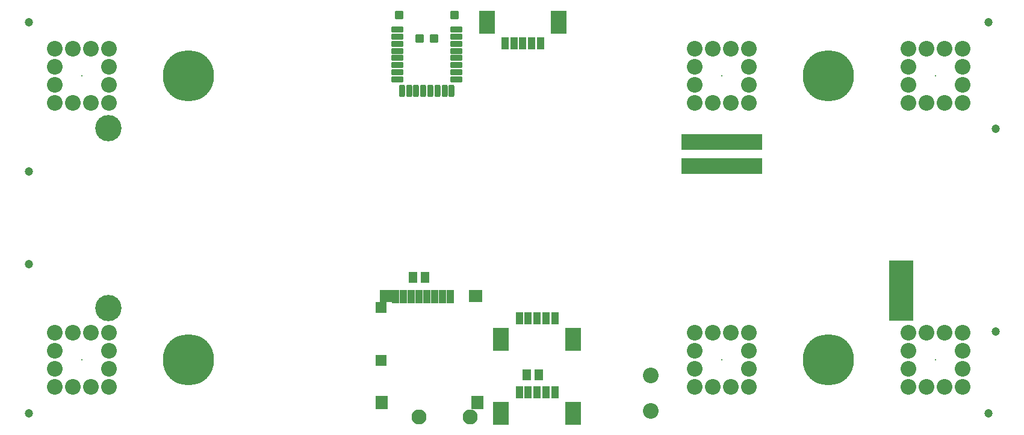
<source format=gbs>
G04 Layer_Color=16711935*
%FSAX24Y24*%
%MOIN*%
G70*
G01*
G75*
%ADD118R,0.0513X0.0631*%
%ADD149R,0.0907X0.1261*%
%ADD150R,0.0395X0.0710*%
%ADD163R,0.4489X0.0887*%
%ADD169C,0.0474*%
%ADD170C,0.2836*%
%ADD172C,0.0080*%
%ADD173C,0.0867*%
%ADD174C,0.0828*%
%ADD175C,0.1458*%
%ADD176R,0.1378X0.3346*%
%ADD177R,0.0395X0.0741*%
%ADD178R,0.0710X0.0671*%
%ADD179R,0.0588X0.0631*%
%ADD180R,0.0749X0.0671*%
%ADD181R,0.0588X0.0592*%
%ADD182R,0.0671X0.0749*%
G04:AMPARAMS|DCode=183|XSize=67.1mil|YSize=32mil|CornerRadius=7.6mil|HoleSize=0mil|Usage=FLASHONLY|Rotation=90.000|XOffset=0mil|YOffset=0mil|HoleType=Round|Shape=RoundedRectangle|*
%AMROUNDEDRECTD183*
21,1,0.0671,0.0168,0,0,90.0*
21,1,0.0519,0.0320,0,0,90.0*
1,1,0.0152,0.0084,0.0259*
1,1,0.0152,0.0084,-0.0259*
1,1,0.0152,-0.0084,-0.0259*
1,1,0.0152,-0.0084,0.0259*
%
%ADD183ROUNDEDRECTD183*%
G04:AMPARAMS|DCode=184|XSize=67.1mil|YSize=32mil|CornerRadius=7.6mil|HoleSize=0mil|Usage=FLASHONLY|Rotation=180.000|XOffset=0mil|YOffset=0mil|HoleType=Round|Shape=RoundedRectangle|*
%AMROUNDEDRECTD184*
21,1,0.0671,0.0168,0,0,180.0*
21,1,0.0519,0.0320,0,0,180.0*
1,1,0.0152,-0.0259,0.0084*
1,1,0.0152,0.0259,0.0084*
1,1,0.0152,0.0259,-0.0084*
1,1,0.0152,-0.0259,-0.0084*
%
%ADD184ROUNDEDRECTD184*%
G04:AMPARAMS|DCode=185|XSize=47.4mil|YSize=47.4mil|CornerRadius=9.9mil|HoleSize=0mil|Usage=FLASHONLY|Rotation=180.000|XOffset=0mil|YOffset=0mil|HoleType=Round|Shape=RoundedRectangle|*
%AMROUNDEDRECTD185*
21,1,0.0474,0.0276,0,0,180.0*
21,1,0.0276,0.0474,0,0,180.0*
1,1,0.0198,-0.0138,0.0138*
1,1,0.0198,0.0138,0.0138*
1,1,0.0198,0.0138,-0.0138*
1,1,0.0198,-0.0138,-0.0138*
%
%ADD185ROUNDEDRECTD185*%
D118*
X278848Y185669D02*
D03*
X278159D02*
D03*
X284459Y180276D02*
D03*
X285148D02*
D03*
D149*
X283051Y178150D02*
D03*
X287028D02*
D03*
X286240Y199823D02*
D03*
X282264D02*
D03*
X283051Y182244D02*
D03*
X287028D02*
D03*
D150*
X284055Y179311D02*
D03*
X286024D02*
D03*
X285039D02*
D03*
X285532D02*
D03*
X284547D02*
D03*
X285236Y198661D02*
D03*
X283268D02*
D03*
X284252D02*
D03*
X283760D02*
D03*
X284744D02*
D03*
X284055Y183406D02*
D03*
X286024D02*
D03*
X285039D02*
D03*
X285532D02*
D03*
X284547D02*
D03*
D163*
X295276Y193189D02*
D03*
X295276Y191850D02*
D03*
D169*
X310433Y182677D02*
D03*
Y193898D02*
D03*
X256890Y186417D02*
D03*
Y191535D02*
D03*
Y199803D02*
D03*
Y178150D02*
D03*
X310039D02*
D03*
Y199803D02*
D03*
D170*
X301181Y181102D02*
D03*
Y196850D02*
D03*
X265748D02*
D03*
Y181102D02*
D03*
D172*
X307087D02*
D03*
X295276Y196850D02*
D03*
Y181102D02*
D03*
X259843Y196850D02*
D03*
Y181102D02*
D03*
X307087Y196850D02*
D03*
D173*
X307587Y179602D02*
D03*
X306587D02*
D03*
X305587D02*
D03*
X308587D02*
D03*
Y180602D02*
D03*
Y181602D02*
D03*
Y182602D02*
D03*
X307587D02*
D03*
X306587D02*
D03*
X305587D02*
D03*
Y181602D02*
D03*
Y180602D02*
D03*
X295776Y195350D02*
D03*
X294776D02*
D03*
X293776D02*
D03*
X296776D02*
D03*
Y196350D02*
D03*
Y197350D02*
D03*
Y198350D02*
D03*
X295776D02*
D03*
X294776D02*
D03*
X293776D02*
D03*
Y197350D02*
D03*
Y196350D02*
D03*
X295776Y179602D02*
D03*
X294776D02*
D03*
X293776D02*
D03*
X296776D02*
D03*
Y180602D02*
D03*
Y181602D02*
D03*
Y182602D02*
D03*
X295776D02*
D03*
X294776D02*
D03*
X293776D02*
D03*
Y181602D02*
D03*
Y180602D02*
D03*
X260343Y195350D02*
D03*
X259343D02*
D03*
X258343D02*
D03*
X261343D02*
D03*
Y196350D02*
D03*
Y197350D02*
D03*
Y198350D02*
D03*
X260343D02*
D03*
X259343D02*
D03*
X258343D02*
D03*
Y197350D02*
D03*
Y196350D02*
D03*
X260343Y179602D02*
D03*
X259343D02*
D03*
X258343D02*
D03*
X261343D02*
D03*
Y180602D02*
D03*
Y181602D02*
D03*
Y182602D02*
D03*
X260343D02*
D03*
X259343D02*
D03*
X258343D02*
D03*
Y181602D02*
D03*
Y180602D02*
D03*
X307587Y195350D02*
D03*
X306587D02*
D03*
X305587D02*
D03*
X308587D02*
D03*
Y196350D02*
D03*
Y197350D02*
D03*
Y198350D02*
D03*
X307587D02*
D03*
X306587D02*
D03*
X305587D02*
D03*
Y197350D02*
D03*
Y196350D02*
D03*
X291339Y180236D02*
D03*
Y178268D02*
D03*
D174*
X281329Y177933D02*
D03*
X278514D02*
D03*
D175*
X261303Y193961D02*
D03*
Y183992D02*
D03*
D176*
X305217Y184941D02*
D03*
D177*
X278504Y184600D02*
D03*
X278071D02*
D03*
X277638D02*
D03*
X277205D02*
D03*
X280236D02*
D03*
X279803D02*
D03*
X279370D02*
D03*
X278937D02*
D03*
D178*
X276654Y184636D02*
D03*
D179*
X276396Y181093D02*
D03*
D180*
X281634Y184636D02*
D03*
D181*
X276396Y184026D02*
D03*
D182*
X281752Y178750D02*
D03*
X276437D02*
D03*
D183*
X277559Y196024D02*
D03*
X277953D02*
D03*
X278346D02*
D03*
X278740D02*
D03*
X279134D02*
D03*
X279528D02*
D03*
X279921D02*
D03*
X280315D02*
D03*
D184*
X280555Y196654D02*
D03*
Y197047D02*
D03*
Y197441D02*
D03*
Y197835D02*
D03*
Y198228D02*
D03*
Y198622D02*
D03*
Y199016D02*
D03*
Y199409D02*
D03*
X277319D02*
D03*
Y199016D02*
D03*
Y198622D02*
D03*
Y198228D02*
D03*
Y197835D02*
D03*
Y197441D02*
D03*
Y197047D02*
D03*
Y196654D02*
D03*
D185*
X280476Y200197D02*
D03*
X279331Y198917D02*
D03*
X277398Y200197D02*
D03*
X278543Y198917D02*
D03*
M02*

</source>
